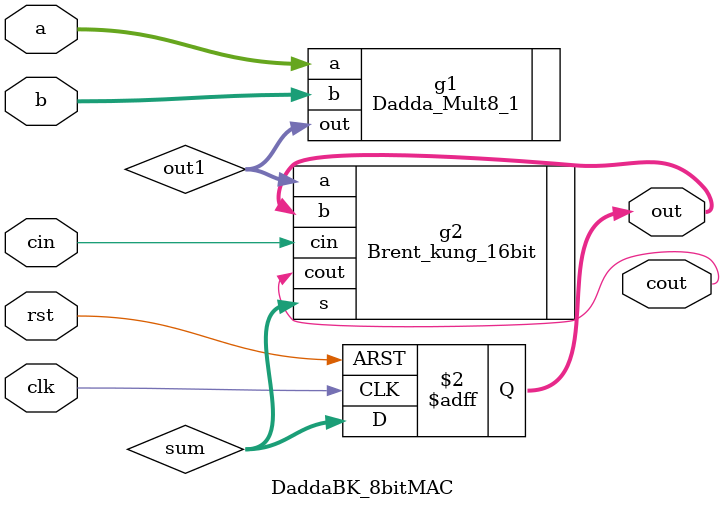
<source format=v>
module DaddaBK_8bitMAC(
    input [7:0] a,          // 8-bit input A
    input [7:0] b,          // 8-bit input B
    input clk,
    input rst,
    input cin,              // Carry-in for the adder
    output reg [15:0] out,  // 16-bit output
    output cout             // Carry-out from the adder
);

    wire [15:0] out1;       // Output from the 8-bit Vedic multiplier
    wire [15:0] sum;

    // Instantiate 8-bit Vedic multiplier
    Dadda_Mult8_1 g1 (
        .a(a),
        .b(b),
        .out(out1)
    );

    // Instantiate 16-bit Kogge-Stone adder
    Brent_kung_16bit g2 (
        .a(out1),
        .b(out),
        .cin(cin),
        .s(sum),
        .cout(cout)
    );

    // Register output with synchronous reset
    always @(posedge clk or posedge rst) begin
        if (rst)
            out <= 16'h0;  // Reset to 16-bit zero
        else
            out <= sum;    // Update output with adder result
    end
endmodule


</source>
